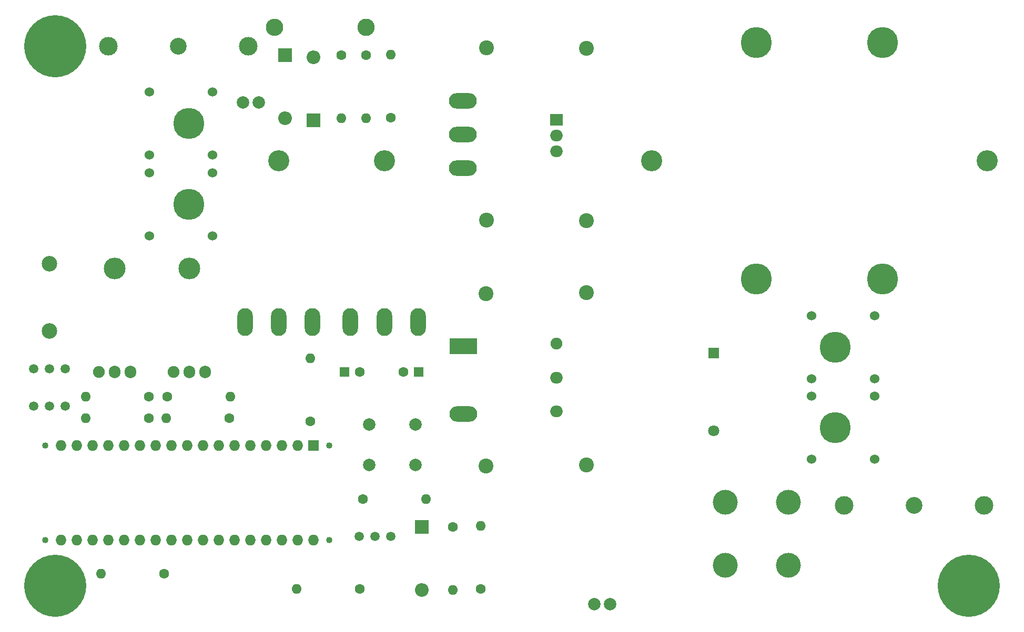
<source format=gbr>
%TF.GenerationSoftware,KiCad,Pcbnew,(5.1.8)-1*%
%TF.CreationDate,2020-11-22T17:52:55+01:00*%
%TF.ProjectId,dcconverter,6463636f-6e76-4657-9274-65722e6b6963,rev?*%
%TF.SameCoordinates,Original*%
%TF.FileFunction,Soldermask,Bot*%
%TF.FilePolarity,Negative*%
%FSLAX46Y46*%
G04 Gerber Fmt 4.6, Leading zero omitted, Abs format (unit mm)*
G04 Created by KiCad (PCBNEW (5.1.8)-1) date 2020-11-22 17:52:55*
%MOMM*%
%LPD*%
G01*
G04 APERTURE LIST*
%ADD10C,10.000000*%
%ADD11C,2.400000*%
%ADD12O,1.727200X1.727200*%
%ADD13C,1.016000*%
%ADD14R,1.727200X1.727200*%
%ADD15O,1.600000X1.600000*%
%ADD16C,1.600000*%
%ADD17C,1.500000*%
%ADD18O,1.905000X2.000000*%
%ADD19C,1.905000*%
%ADD20O,3.500000X3.500000*%
%ADD21O,2.500000X4.500000*%
%ADD22O,3.400000X3.400000*%
%ADD23O,2.000000X1.905000*%
%ADD24O,4.500000X2.500000*%
%ADD25C,5.000000*%
%ADD26C,3.400000*%
%ADD27C,2.000000*%
%ADD28C,1.524000*%
%ADD29C,4.000000*%
%ADD30C,2.500000*%
%ADD31R,2.000000X1.905000*%
%ADD32C,2.700000*%
%ADD33C,3.000000*%
%ADD34O,2.800000X2.800000*%
%ADD35C,2.800000*%
%ADD36O,2.200000X2.200000*%
%ADD37R,2.200000X2.200000*%
%ADD38R,4.500000X2.500000*%
%ADD39R,1.600000X1.600000*%
%ADD40C,1.800000*%
%ADD41R,1.800000X1.800000*%
G04 APERTURE END LIST*
D10*
%TO.C,REF\u002A\u002A*%
X168500000Y-108500000D03*
%TD*%
%TO.C,REF\u002A\u002A*%
X21500000Y-108500000D03*
%TD*%
%TO.C,REF\u002A\u002A*%
X21500000Y-21500000D03*
%TD*%
D11*
%TO.C,HS-Q2*%
X106990000Y-61215000D03*
X106990000Y-89015000D03*
%TD*%
%TO.C,HS-Q1*%
X90830000Y-61405000D03*
X90830000Y-89205000D03*
%TD*%
%TO.C,HS-IC1*%
X106990000Y-21825000D03*
X106990000Y-49625000D03*
%TD*%
%TO.C,HS-D1*%
X90855000Y-21745000D03*
X90855000Y-49545000D03*
%TD*%
D12*
%TO.C,XA1*%
X60520000Y-101120000D03*
X42740000Y-101120000D03*
X40200000Y-101120000D03*
X37660000Y-101120000D03*
X35120000Y-101120000D03*
X32580000Y-101120000D03*
X47820000Y-101120000D03*
X24960000Y-85880000D03*
X22420000Y-85880000D03*
X22420000Y-101120000D03*
X27500000Y-101120000D03*
D13*
X19880000Y-101120000D03*
D12*
X27500000Y-85880000D03*
X30040000Y-85880000D03*
X32580000Y-85880000D03*
X35120000Y-85880000D03*
X37660000Y-85880000D03*
X40200000Y-85880000D03*
X42740000Y-85880000D03*
X45280000Y-85880000D03*
X47820000Y-85880000D03*
X57980000Y-85880000D03*
X55440000Y-85880000D03*
X60520000Y-85880000D03*
X52900000Y-101120000D03*
X24960000Y-101120000D03*
X50360000Y-101120000D03*
X55440000Y-101120000D03*
X50360000Y-85880000D03*
X57980000Y-101120000D03*
X30040000Y-101120000D03*
X63060000Y-101120000D03*
D14*
X63060000Y-85880000D03*
D12*
X52900000Y-85880000D03*
X45280000Y-101120000D03*
D13*
X65600000Y-101120000D03*
X19880000Y-85880000D03*
X65600000Y-85880000D03*
%TD*%
D15*
%TO.C,R13*%
X71500000Y-33160000D03*
D16*
X71500000Y-23000000D03*
%TD*%
D15*
%TO.C,R12*%
X75500000Y-22840000D03*
D16*
X75500000Y-33000000D03*
%TD*%
D15*
%TO.C,R11*%
X60340000Y-109000000D03*
D16*
X70500000Y-109000000D03*
%TD*%
D15*
%TO.C,R10*%
X81160000Y-94500000D03*
D16*
X71000000Y-94500000D03*
%TD*%
D15*
%TO.C,R9*%
X26340000Y-78000000D03*
D16*
X36500000Y-78000000D03*
%TD*%
D15*
%TO.C,R8*%
X26340000Y-81500000D03*
D16*
X36500000Y-81500000D03*
%TD*%
D15*
%TO.C,R7*%
X28840000Y-106500000D03*
D16*
X39000000Y-106500000D03*
%TD*%
D15*
%TO.C,R6*%
X62500000Y-71840000D03*
D16*
X62500000Y-82000000D03*
%TD*%
D15*
%TO.C,R5*%
X67500000Y-33160000D03*
D16*
X67500000Y-23000000D03*
%TD*%
D15*
%TO.C,R4*%
X49660000Y-78000000D03*
D16*
X39500000Y-78000000D03*
%TD*%
D15*
%TO.C,R3*%
X39340000Y-81500000D03*
D16*
X49500000Y-81500000D03*
%TD*%
D15*
%TO.C,R2*%
X90000000Y-98840000D03*
D16*
X90000000Y-109000000D03*
%TD*%
D15*
%TO.C,R1*%
X85500000Y-109160000D03*
D16*
X85500000Y-99000000D03*
%TD*%
D17*
%TO.C,Q10*%
X75500000Y-100500000D03*
X70420000Y-100500000D03*
X72960000Y-100500000D03*
%TD*%
D18*
%TO.C,Q8*%
X33580000Y-74000000D03*
X31040000Y-74000000D03*
D19*
X28500000Y-74000000D03*
D20*
X31040000Y-57340000D03*
%TD*%
D18*
%TO.C,Q7*%
X45580000Y-74000000D03*
X43040000Y-74000000D03*
D19*
X40500000Y-74000000D03*
D20*
X43040000Y-57340000D03*
%TD*%
D17*
%TO.C,Q6*%
X18000000Y-73500000D03*
X23080000Y-73500000D03*
X20540000Y-73500000D03*
%TD*%
%TO.C,Q5*%
X18000000Y-79500000D03*
X23080000Y-79500000D03*
X20540000Y-79500000D03*
%TD*%
D21*
%TO.C,Q4*%
X79900000Y-66000000D03*
X74450000Y-66000000D03*
X69000000Y-66000000D03*
D22*
X74450000Y-40000000D03*
%TD*%
D21*
%TO.C,Q3*%
X62900000Y-66000000D03*
X57450000Y-66000000D03*
X52000000Y-66000000D03*
D22*
X57450000Y-40000000D03*
%TD*%
D23*
%TO.C,Q2*%
X102190000Y-80380000D03*
X102190000Y-74930000D03*
D19*
X102190000Y-69480000D03*
%TD*%
D24*
%TO.C,Q1*%
X87100000Y-41200000D03*
X87100000Y-35750000D03*
X87100000Y-30300000D03*
%TD*%
D25*
%TO.C,L1*%
X134340000Y-20950000D03*
X134340000Y-59050000D03*
X154660000Y-20950000D03*
X154660000Y-59050000D03*
D26*
X117500000Y-40000000D03*
X171500000Y-40000000D03*
%TD*%
D27*
%TO.C,J8*%
X51690000Y-30540000D03*
X54230000Y-30540000D03*
%TD*%
%TO.C,J7*%
X110810000Y-111460000D03*
X108270000Y-111460000D03*
%TD*%
D25*
%TO.C,J6*%
X147000000Y-83000000D03*
D28*
X153360000Y-88080000D03*
X143200000Y-77920000D03*
X143200000Y-88080000D03*
X153360000Y-77920000D03*
%TD*%
D25*
%TO.C,J5*%
X147000000Y-70000000D03*
D28*
X153360000Y-75080000D03*
X143200000Y-64920000D03*
X143200000Y-75080000D03*
X153360000Y-64920000D03*
%TD*%
D29*
%TO.C,J4*%
X129340000Y-95000000D03*
X129340000Y-105160000D03*
X139500000Y-105160000D03*
X139500000Y-95000000D03*
%TD*%
D25*
%TO.C,J3*%
X43000000Y-47000000D03*
D28*
X36640000Y-41920000D03*
X46800000Y-52080000D03*
X46800000Y-41920000D03*
X36640000Y-52080000D03*
%TD*%
D25*
%TO.C,J2*%
X43000000Y-34000000D03*
D28*
X36640000Y-28920000D03*
X46800000Y-39080000D03*
X46800000Y-28920000D03*
X36640000Y-39080000D03*
%TD*%
D30*
%TO.C,J1*%
X20500000Y-56600000D03*
X20500000Y-67400000D03*
%TD*%
D23*
%TO.C,IC1*%
X102190000Y-38465000D03*
X102190000Y-35925000D03*
D31*
X102190000Y-33385000D03*
%TD*%
D32*
%TO.C,F2*%
X159750000Y-95500000D03*
D33*
X148500000Y-95500000D03*
X171000000Y-95500000D03*
%TD*%
D32*
%TO.C,F1*%
X41250000Y-21500000D03*
D33*
X30000000Y-21500000D03*
X52500000Y-21500000D03*
%TD*%
D34*
%TO.C,D5*%
X56800000Y-18500000D03*
D35*
X71500000Y-18500000D03*
%TD*%
D36*
%TO.C,D4*%
X58500000Y-33160000D03*
D37*
X58500000Y-23000000D03*
%TD*%
D36*
%TO.C,D3*%
X63000000Y-23340000D03*
D37*
X63000000Y-33500000D03*
%TD*%
D36*
%TO.C,D2*%
X80500000Y-109160000D03*
D37*
X80500000Y-99000000D03*
%TD*%
D24*
%TO.C,D1*%
X87130000Y-80805000D03*
D38*
X87130000Y-69905000D03*
%TD*%
D16*
%TO.C,C5*%
X77500000Y-74000000D03*
D39*
X80000000Y-74000000D03*
%TD*%
D27*
%TO.C,C4*%
X79500000Y-82500000D03*
X72000000Y-82500000D03*
%TD*%
D16*
%TO.C,C3*%
X70500000Y-74000000D03*
D39*
X68000000Y-74000000D03*
%TD*%
D27*
%TO.C,C2*%
X72000000Y-89000000D03*
X79500000Y-89000000D03*
%TD*%
D40*
%TO.C,C1*%
X127500000Y-83500000D03*
D41*
X127500000Y-71000000D03*
%TD*%
M02*

</source>
